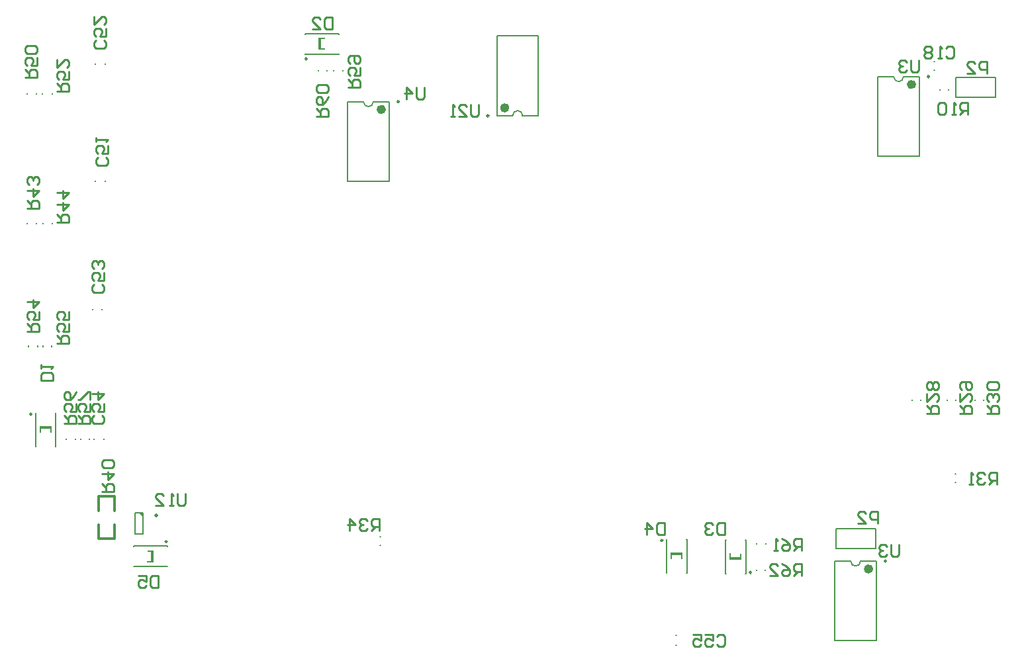
<source format=gbo>
%FSAX43Y43*%
%MOMM*%
G71*
G01*
G75*
G04 Layer_Color=32896*
%ADD10R,1.450X1.150*%
%ADD11R,1.300X0.850*%
%ADD12R,1.350X0.950*%
%ADD13R,1.400X1.050*%
%ADD14R,1.500X1.250*%
%ADD15R,0.950X1.350*%
%ADD16O,2.050X0.600*%
%ADD17R,1.050X1.400*%
%ADD18R,0.850X1.300*%
%ADD19O,2.200X0.600*%
%ADD20R,1.250X1.500*%
%ADD21R,1.150X1.450*%
%ADD22R,1.400X1.200*%
%ADD23R,1.550X1.350*%
%ADD24R,1.350X1.550*%
%ADD25O,1.900X0.450*%
G04:AMPARAMS|DCode=26|XSize=5.5mm|YSize=1.5mm|CornerRadius=0.188mm|HoleSize=0mm|Usage=FLASHONLY|Rotation=180.000|XOffset=0mm|YOffset=0mm|HoleType=Round|Shape=RoundedRectangle|*
%AMROUNDEDRECTD26*
21,1,5.500,1.125,0,0,180.0*
21,1,5.125,1.500,0,0,180.0*
1,1,0.375,-2.563,0.563*
1,1,0.375,2.563,0.563*
1,1,0.375,2.563,-0.563*
1,1,0.375,-2.563,-0.563*
%
%ADD26ROUNDEDRECTD26*%
%ADD27R,1.800X0.600*%
%ADD28R,0.900X1.000*%
%ADD29R,1.200X1.400*%
%ADD30R,1.000X0.900*%
%ADD31R,5.400X1.550*%
%ADD32R,1.700X0.950*%
%ADD33R,1.900X0.900*%
%ADD34R,1.900X3.200*%
%ADD35R,1.524X1.524*%
G04:AMPARAMS|DCode=36|XSize=0.6mm|YSize=1mm|CornerRadius=0.075mm|HoleSize=0mm|Usage=FLASHONLY|Rotation=0.000|XOffset=0mm|YOffset=0mm|HoleType=Round|Shape=RoundedRectangle|*
%AMROUNDEDRECTD36*
21,1,0.600,0.850,0,0,0.0*
21,1,0.450,1.000,0,0,0.0*
1,1,0.150,0.225,-0.425*
1,1,0.150,-0.225,-0.425*
1,1,0.150,-0.225,0.425*
1,1,0.150,0.225,0.425*
%
%ADD36ROUNDEDRECTD36*%
%ADD37O,0.250X1.550*%
%ADD38O,1.550X0.250*%
%ADD39O,0.450X2.400*%
%ADD40C,0.250*%
%ADD41C,0.500*%
%ADD42C,0.450*%
%ADD43C,1.000*%
%ADD44C,0.750*%
%ADD45C,0.254*%
%ADD46R,1.500X1.500*%
%ADD47C,1.500*%
%ADD48C,3.000*%
%ADD49R,2.000X2.500*%
%ADD50O,2.000X2.500*%
%ADD51C,1.400*%
%ADD52R,1.500X1.500*%
%ADD53C,1.800*%
%ADD54C,8.000*%
%ADD55R,2.500X2.000*%
%ADD56O,2.500X2.000*%
%ADD57R,1.500X1.500*%
%ADD58C,2.950*%
%ADD59C,1.500*%
%ADD60C,1.270*%
%ADD61C,1.016*%
%ADD62C,1.016*%
%ADD63C,1.900*%
%ADD64C,2.500*%
G04:AMPARAMS|DCode=65|XSize=3.2mm|YSize=3.2mm|CornerRadius=0mm|HoleSize=0mm|Usage=FLASHONLY|Rotation=0.000|XOffset=0mm|YOffset=0mm|HoleType=Round|Shape=Relief|Width=0.3mm|Gap=0.3mm|Entries=4|*
%AMTHD65*
7,0,0,3.200,2.600,0.300,45*
%
%ADD65THD65*%
%ADD66C,2.100*%
G04:AMPARAMS|DCode=67|XSize=2.7mm|YSize=2.7mm|CornerRadius=0mm|HoleSize=0mm|Usage=FLASHONLY|Rotation=0.000|XOffset=0mm|YOffset=0mm|HoleType=Round|Shape=Relief|Width=0.3mm|Gap=0.3mm|Entries=4|*
%AMTHD67*
7,0,0,2.700,2.100,0.300,45*
%
%ADD67THD67*%
%ADD68C,1.850*%
G04:AMPARAMS|DCode=69|XSize=2.5mm|YSize=2.5mm|CornerRadius=0mm|HoleSize=0mm|Usage=FLASHONLY|Rotation=0.000|XOffset=0mm|YOffset=0mm|HoleType=Round|Shape=Relief|Width=0.3mm|Gap=0.3mm|Entries=4|*
%AMTHD69*
7,0,0,2.500,1.900,0.300,45*
%
%ADD69THD69*%
%ADD70C,2.000*%
%ADD71C,1.600*%
G04:AMPARAMS|DCode=72|XSize=2.2mm|YSize=2.2mm|CornerRadius=0mm|HoleSize=0mm|Usage=FLASHONLY|Rotation=0.000|XOffset=0mm|YOffset=0mm|HoleType=Round|Shape=Relief|Width=0.3mm|Gap=0.3mm|Entries=4|*
%AMTHD72*
7,0,0,2.200,1.600,0.300,45*
%
%ADD72THD72*%
%ADD73C,4.500*%
%ADD74C,1.900*%
%ADD75C,4.250*%
G04:AMPARAMS|DCode=76|XSize=2.5mm|YSize=2.5mm|CornerRadius=0mm|HoleSize=0mm|Usage=FLASHONLY|Rotation=0.000|XOffset=0mm|YOffset=0mm|HoleType=Round|Shape=Relief|Width=0.3mm|Gap=0.3mm|Entries=4|*
%AMTHD76*
7,0,0,2.500,1.900,0.300,45*
%
%ADD76THD76*%
%ADD77C,2.600*%
G04:AMPARAMS|DCode=78|XSize=2.45mm|YSize=2.45mm|CornerRadius=0mm|HoleSize=0mm|Usage=FLASHONLY|Rotation=0.000|XOffset=0mm|YOffset=0mm|HoleType=Round|Shape=Relief|Width=0.3mm|Gap=0.3mm|Entries=4|*
%AMTHD78*
7,0,0,2.450,1.850,0.300,45*
%
%ADD78THD78*%
%ADD79R,2.500X1.700*%
%ADD80R,1.700X2.500*%
G04:AMPARAMS|DCode=81|XSize=0.6mm|YSize=1mm|CornerRadius=0.075mm|HoleSize=0mm|Usage=FLASHONLY|Rotation=270.000|XOffset=0mm|YOffset=0mm|HoleType=Round|Shape=RoundedRectangle|*
%AMROUNDEDRECTD81*
21,1,0.600,0.850,0,0,270.0*
21,1,0.450,1.000,0,0,270.0*
1,1,0.150,-0.425,-0.225*
1,1,0.150,-0.425,0.225*
1,1,0.150,0.425,0.225*
1,1,0.150,0.425,-0.225*
%
%ADD81ROUNDEDRECTD81*%
%ADD82R,1.524X1.524*%
%ADD83C,0.600*%
%ADD84C,0.400*%
%ADD85C,0.200*%
%ADD86C,0.203*%
%ADD87C,0.127*%
%ADD88C,0.305*%
%ADD89R,1.800X1.600*%
%ADD90R,1.600X1.800*%
%ADD91R,1.700X1.400*%
%ADD92R,1.550X1.100*%
%ADD93R,1.600X1.200*%
%ADD94R,1.650X1.300*%
%ADD95R,1.750X1.500*%
%ADD96R,1.200X1.600*%
%ADD97O,2.300X0.850*%
%ADD98R,1.300X1.650*%
%ADD99R,1.100X1.550*%
%ADD100O,2.450X0.850*%
%ADD101R,1.500X1.750*%
%ADD102R,1.400X1.700*%
%ADD103R,1.650X1.450*%
%ADD104R,1.800X1.600*%
%ADD105R,1.600X1.800*%
%ADD106O,2.150X0.700*%
G04:AMPARAMS|DCode=107|XSize=5.75mm|YSize=1.75mm|CornerRadius=0.313mm|HoleSize=0mm|Usage=FLASHONLY|Rotation=180.000|XOffset=0mm|YOffset=0mm|HoleType=Round|Shape=RoundedRectangle|*
%AMROUNDEDRECTD107*
21,1,5.750,1.125,0,0,180.0*
21,1,5.125,1.750,0,0,180.0*
1,1,0.625,-2.563,0.563*
1,1,0.625,2.563,0.563*
1,1,0.625,2.563,-0.563*
1,1,0.625,-2.563,-0.563*
%
%ADD107ROUNDEDRECTD107*%
%ADD108R,2.050X0.850*%
%ADD109R,1.150X1.250*%
%ADD110R,1.450X1.650*%
%ADD111R,1.250X1.150*%
%ADD112R,5.650X1.800*%
%ADD113R,1.950X1.200*%
%ADD114R,2.150X1.150*%
%ADD115R,2.150X3.450*%
%ADD116R,1.774X1.774*%
G04:AMPARAMS|DCode=117|XSize=0.85mm|YSize=1.25mm|CornerRadius=0.2mm|HoleSize=0mm|Usage=FLASHONLY|Rotation=0.000|XOffset=0mm|YOffset=0mm|HoleType=Round|Shape=RoundedRectangle|*
%AMROUNDEDRECTD117*
21,1,0.850,0.850,0,0,0.0*
21,1,0.450,1.250,0,0,0.0*
1,1,0.400,0.225,-0.425*
1,1,0.400,-0.225,-0.425*
1,1,0.400,-0.225,0.425*
1,1,0.400,0.225,0.425*
%
%ADD117ROUNDEDRECTD117*%
%ADD118O,0.500X1.800*%
%ADD119O,1.800X0.500*%
%ADD120O,0.700X2.650*%
%ADD121R,1.750X1.750*%
%ADD122C,1.750*%
%ADD123C,3.250*%
%ADD124R,2.250X2.750*%
%ADD125O,2.250X2.750*%
%ADD126C,1.650*%
%ADD127R,1.750X1.750*%
%ADD128C,2.050*%
%ADD129C,8.250*%
%ADD130R,2.750X2.250*%
%ADD131O,2.750X2.250*%
%ADD132R,1.750X1.750*%
%ADD133C,3.200*%
%ADD134C,1.750*%
%ADD135C,1.520*%
%ADD136R,2.750X1.950*%
%ADD137R,1.950X2.750*%
G04:AMPARAMS|DCode=138|XSize=0.85mm|YSize=1.25mm|CornerRadius=0.2mm|HoleSize=0mm|Usage=FLASHONLY|Rotation=270.000|XOffset=0mm|YOffset=0mm|HoleType=Round|Shape=RoundedRectangle|*
%AMROUNDEDRECTD138*
21,1,0.850,0.850,0,0,270.0*
21,1,0.450,1.250,0,0,270.0*
1,1,0.400,-0.425,-0.225*
1,1,0.400,-0.425,0.225*
1,1,0.400,0.425,0.225*
1,1,0.400,0.425,-0.225*
%
%ADD138ROUNDEDRECTD138*%
%ADD139R,1.774X1.774*%
%ADD140R,0.342X1.621*%
%ADD141R,0.520X0.248*%
%ADD142R,0.496X0.272*%
%ADD143R,1.621X0.342*%
%ADD144R,0.248X0.520*%
%ADD145R,0.272X0.496*%
%ADD146R,0.248X0.520*%
%ADD147R,0.272X0.496*%
%ADD148R,0.496X0.272*%
G36*
X0226003Y0160582D02*
X0225442Y0161143D01*
X0226003D01*
Y0160582D01*
D02*
G37*
D40*
X0326625Y0216940D02*
G03*
X0326625Y0216940I-0000125J0000000D01*
G01*
X0258805Y0213730D02*
G03*
X0258805Y0213730I-0000125J0000000D01*
G01*
X0247035Y0219208D02*
G03*
X0247035Y0219208I-0000125J0000000D01*
G01*
X0270275Y0211920D02*
G03*
X0270275Y0211920I-0000125J0000000D01*
G01*
X0321125Y0154940D02*
G03*
X0321125Y0154940I-0000125J0000000D01*
G01*
X0303868Y0153500D02*
G03*
X0303868Y0153500I-0000125J0000000D01*
G01*
X0292522Y0157590D02*
G03*
X0292522Y0157590I-0000125J0000000D01*
G01*
X0229125Y0157443D02*
G03*
X0229125Y0157443I-0000125J0000000D01*
G01*
X0211822Y0173740D02*
G03*
X0211822Y0173740I-0000125J0000000D01*
G01*
D41*
X0227765Y0160750D02*
X0227770Y0160745D01*
X0227765Y0160740D01*
X0227760Y0160745D01*
X0227765Y0160750D01*
D45*
X0299484Y0145310D02*
X0299738Y0145564D01*
X0300246D01*
X0300500Y0145310D01*
Y0144294D01*
X0300246Y0144040D01*
X0299738D01*
X0299484Y0144294D01*
X0297961Y0145564D02*
X0298977D01*
Y0144802D01*
X0298469Y0145056D01*
X0298215D01*
X0297961Y0144802D01*
Y0144294D01*
X0298215Y0144040D01*
X0298723D01*
X0298977Y0144294D01*
X0296437Y0145564D02*
X0297453D01*
Y0144802D01*
X0296945Y0145056D01*
X0296691D01*
X0296437Y0144802D01*
Y0144294D01*
X0296691Y0144040D01*
X0297199D01*
X0297453Y0144294D01*
X0228000Y0153064D02*
Y0151540D01*
X0227238D01*
X0226984Y0151794D01*
Y0152810D01*
X0227238Y0153064D01*
X0228000D01*
X0225461D02*
X0226476D01*
Y0152302D01*
X0225969Y0152556D01*
X0225715D01*
X0225461Y0152302D01*
Y0151794D01*
X0225715Y0151540D01*
X0226223D01*
X0226476Y0151794D01*
X0292750Y0159814D02*
Y0158290D01*
X0291988D01*
X0291734Y0158544D01*
Y0159560D01*
X0291988Y0159814D01*
X0292750D01*
X0290465Y0158290D02*
Y0159814D01*
X0291227Y0159052D01*
X0290211D01*
X0300500Y0159814D02*
Y0158290D01*
X0299738D01*
X0299484Y0158544D01*
Y0159560D01*
X0299738Y0159814D01*
X0300500D01*
X0298977Y0159560D02*
X0298723Y0159814D01*
X0298215D01*
X0297961Y0159560D01*
Y0159306D01*
X0298215Y0159052D01*
X0298469D01*
X0298215D01*
X0297961Y0158798D01*
Y0158544D01*
X0298215Y0158290D01*
X0298723D01*
X0298977Y0158544D01*
X0269000Y0213314D02*
Y0212044D01*
X0268746Y0211790D01*
X0268238D01*
X0267984Y0212044D01*
Y0213314D01*
X0266461Y0211790D02*
X0267477D01*
X0266461Y0212806D01*
Y0213060D01*
X0266715Y0213314D01*
X0267223D01*
X0267477Y0213060D01*
X0265953Y0211790D02*
X0265445D01*
X0265699D01*
Y0213314D01*
X0265953Y0213060D01*
X0231500Y0163564D02*
Y0162294D01*
X0231246Y0162040D01*
X0230738D01*
X0230484Y0162294D01*
Y0163564D01*
X0229976Y0162040D02*
X0229469D01*
X0229723D01*
Y0163564D01*
X0229976Y0163310D01*
X0227691Y0162040D02*
X0228707D01*
X0227691Y0163056D01*
Y0163310D01*
X0227945Y0163564D01*
X0228453D01*
X0228707Y0163310D01*
X0322750Y0157064D02*
Y0155794D01*
X0322496Y0155540D01*
X0321988D01*
X0321734Y0155794D01*
Y0157064D01*
X0321227Y0156810D02*
X0320973Y0157064D01*
X0320465D01*
X0320211Y0156810D01*
Y0156556D01*
X0320465Y0156302D01*
X0320719D01*
X0320465D01*
X0320211Y0156048D01*
Y0155794D01*
X0320465Y0155540D01*
X0320973D01*
X0321227Y0155794D01*
X0325250Y0219064D02*
Y0217794D01*
X0324996Y0217540D01*
X0324488D01*
X0324234Y0217794D01*
Y0219064D01*
X0323727Y0218810D02*
X0323473Y0219064D01*
X0322965D01*
X0322711Y0218810D01*
Y0218556D01*
X0322965Y0218302D01*
X0323219D01*
X0322965D01*
X0322711Y0218048D01*
Y0217794D01*
X0322965Y0217540D01*
X0323473D01*
X0323727Y0217794D01*
X0310250Y0153040D02*
Y0154564D01*
X0309488D01*
X0309234Y0154310D01*
Y0153802D01*
X0309488Y0153548D01*
X0310250D01*
X0309742D02*
X0309234Y0153040D01*
X0307711Y0154564D02*
X0308219Y0154310D01*
X0308727Y0153802D01*
Y0153294D01*
X0308473Y0153040D01*
X0307965D01*
X0307711Y0153294D01*
Y0153548D01*
X0307965Y0153802D01*
X0308727D01*
X0306187Y0153040D02*
X0307203D01*
X0306187Y0154056D01*
Y0154310D01*
X0306441Y0154564D01*
X0306949D01*
X0307203Y0154310D01*
X0310250Y0156290D02*
Y0157814D01*
X0309488D01*
X0309234Y0157560D01*
Y0157052D01*
X0309488Y0156798D01*
X0310250D01*
X0309742D02*
X0309234Y0156290D01*
X0307711Y0157814D02*
X0308219Y0157560D01*
X0308727Y0157052D01*
Y0156544D01*
X0308473Y0156290D01*
X0307965D01*
X0307711Y0156544D01*
Y0156798D01*
X0307965Y0157052D01*
X0308727D01*
X0307203Y0156290D02*
X0306695D01*
X0306949D01*
Y0157814D01*
X0307203Y0157560D01*
X0248250Y0211790D02*
X0249774D01*
Y0212552D01*
X0249520Y0212806D01*
X0249012D01*
X0248758Y0212552D01*
Y0211790D01*
Y0212298D02*
X0248250Y0212806D01*
X0249774Y0214329D02*
X0249520Y0213821D01*
X0249012Y0213314D01*
X0248504D01*
X0248250Y0213567D01*
Y0214075D01*
X0248504Y0214329D01*
X0248758D01*
X0249012Y0214075D01*
Y0213314D01*
X0249520Y0214837D02*
X0249774Y0215091D01*
Y0215599D01*
X0249520Y0215853D01*
X0248504D01*
X0248250Y0215599D01*
Y0215091D01*
X0248504Y0214837D01*
X0249520D01*
X0252250Y0215540D02*
X0253774D01*
Y0216302D01*
X0253520Y0216556D01*
X0253012D01*
X0252758Y0216302D01*
Y0215540D01*
Y0216048D02*
X0252250Y0216556D01*
X0253774Y0218079D02*
Y0217064D01*
X0253012D01*
X0253266Y0217571D01*
Y0217825D01*
X0253012Y0218079D01*
X0252504D01*
X0252250Y0217825D01*
Y0217317D01*
X0252504Y0217064D01*
Y0218587D02*
X0252250Y0218841D01*
Y0219349D01*
X0252504Y0219603D01*
X0253520D01*
X0253774Y0219349D01*
Y0218841D01*
X0253520Y0218587D01*
X0253266D01*
X0253012Y0218841D01*
Y0219603D01*
X0217750Y0172540D02*
X0219274D01*
Y0173302D01*
X0219020Y0173556D01*
X0218512D01*
X0218258Y0173302D01*
Y0172540D01*
Y0173048D02*
X0217750Y0173556D01*
X0219274Y0175079D02*
Y0174064D01*
X0218512D01*
X0218766Y0174571D01*
Y0174825D01*
X0218512Y0175079D01*
X0218004D01*
X0217750Y0174825D01*
Y0174317D01*
X0218004Y0174064D01*
X0219274Y0175587D02*
Y0176603D01*
X0219020D01*
X0218004Y0175587D01*
X0217750D01*
X0216000Y0172540D02*
X0217524D01*
Y0173302D01*
X0217270Y0173556D01*
X0216762D01*
X0216508Y0173302D01*
Y0172540D01*
Y0173048D02*
X0216000Y0173556D01*
X0217524Y0175079D02*
Y0174064D01*
X0216762D01*
X0217016Y0174571D01*
Y0174825D01*
X0216762Y0175079D01*
X0216254D01*
X0216000Y0174825D01*
Y0174317D01*
X0216254Y0174064D01*
X0217524Y0176603D02*
X0217270Y0176095D01*
X0216762Y0175587D01*
X0216254D01*
X0216000Y0175841D01*
Y0176349D01*
X0216254Y0176603D01*
X0216508D01*
X0216762Y0176349D01*
Y0175587D01*
X0215000Y0182790D02*
X0216524D01*
Y0183552D01*
X0216270Y0183806D01*
X0215762D01*
X0215508Y0183552D01*
Y0182790D01*
Y0183298D02*
X0215000Y0183806D01*
X0216524Y0185329D02*
Y0184314D01*
X0215762D01*
X0216016Y0184821D01*
Y0185075D01*
X0215762Y0185329D01*
X0215254D01*
X0215000Y0185075D01*
Y0184567D01*
X0215254Y0184314D01*
X0216524Y0186853D02*
Y0185837D01*
X0215762D01*
X0216016Y0186345D01*
Y0186599D01*
X0215762Y0186853D01*
X0215254D01*
X0215000Y0186599D01*
Y0186091D01*
X0215254Y0185837D01*
X0211250Y0184290D02*
X0212774D01*
Y0185052D01*
X0212520Y0185306D01*
X0212012D01*
X0211758Y0185052D01*
Y0184290D01*
Y0184798D02*
X0211250Y0185306D01*
X0212774Y0186829D02*
Y0185814D01*
X0212012D01*
X0212266Y0186321D01*
Y0186575D01*
X0212012Y0186829D01*
X0211504D01*
X0211250Y0186575D01*
Y0186067D01*
X0211504Y0185814D01*
X0211250Y0188099D02*
X0212774D01*
X0212012Y0187337D01*
Y0188353D01*
X0215000Y0215040D02*
X0216524D01*
Y0215802D01*
X0216270Y0216056D01*
X0215762D01*
X0215508Y0215802D01*
Y0215040D01*
Y0215548D02*
X0215000Y0216056D01*
X0216524Y0217579D02*
Y0216564D01*
X0215762D01*
X0216016Y0217071D01*
Y0217325D01*
X0215762Y0217579D01*
X0215254D01*
X0215000Y0217325D01*
Y0216817D01*
X0215254Y0216564D01*
X0215000Y0219103D02*
Y0218087D01*
X0216016Y0219103D01*
X0216270D01*
X0216524Y0218849D01*
Y0218341D01*
X0216270Y0218087D01*
X0211000Y0216790D02*
X0212524D01*
Y0217552D01*
X0212270Y0217806D01*
X0211762D01*
X0211508Y0217552D01*
Y0216790D01*
Y0217298D02*
X0211000Y0217806D01*
X0212524Y0219329D02*
Y0218314D01*
X0211762D01*
X0212016Y0218821D01*
Y0219075D01*
X0211762Y0219329D01*
X0211254D01*
X0211000Y0219075D01*
Y0218567D01*
X0211254Y0218314D01*
X0212270Y0219837D02*
X0212524Y0220091D01*
Y0220599D01*
X0212270Y0220853D01*
X0211254D01*
X0211000Y0220599D01*
Y0220091D01*
X0211254Y0219837D01*
X0212270D01*
X0215020Y0198319D02*
X0216544D01*
Y0199081D01*
X0216290Y0199335D01*
X0215782D01*
X0215528Y0199081D01*
Y0198319D01*
Y0198827D02*
X0215020Y0199335D01*
Y0200604D02*
X0216544D01*
X0215782Y0199843D01*
Y0200858D01*
X0215020Y0202128D02*
X0216544D01*
X0215782Y0201366D01*
Y0202382D01*
X0211247Y0200081D02*
X0212771D01*
Y0200843D01*
X0212517Y0201097D01*
X0212009D01*
X0211755Y0200843D01*
Y0200081D01*
Y0200589D02*
X0211247Y0201097D01*
Y0202366D02*
X0212771D01*
X0212009Y0201605D01*
Y0202620D01*
X0212517Y0203128D02*
X0212771Y0203382D01*
Y0203890D01*
X0212517Y0204144D01*
X0212263D01*
X0212009Y0203890D01*
Y0203636D01*
Y0203890D01*
X0211755Y0204144D01*
X0211501D01*
X0211247Y0203890D01*
Y0203382D01*
X0211501Y0203128D01*
X0220750Y0163790D02*
X0222274D01*
Y0164552D01*
X0222020Y0164806D01*
X0221512D01*
X0221258Y0164552D01*
Y0163790D01*
Y0164298D02*
X0220750Y0164806D01*
Y0166075D02*
X0222274D01*
X0221512Y0165314D01*
Y0166329D01*
X0222020Y0166837D02*
X0222274Y0167091D01*
Y0167599D01*
X0222020Y0167853D01*
X0221004D01*
X0220750Y0167599D01*
Y0167091D01*
X0221004Y0166837D01*
X0222020D01*
X0256250Y0158790D02*
Y0160314D01*
X0255488D01*
X0255234Y0160060D01*
Y0159552D01*
X0255488Y0159298D01*
X0256250D01*
X0255742D02*
X0255234Y0158790D01*
X0254726Y0160060D02*
X0254473Y0160314D01*
X0253965D01*
X0253711Y0160060D01*
Y0159806D01*
X0253965Y0159552D01*
X0254219D01*
X0253965D01*
X0253711Y0159298D01*
Y0159044D01*
X0253965Y0158790D01*
X0254473D01*
X0254726Y0159044D01*
X0252441Y0158790D02*
Y0160314D01*
X0253203Y0159552D01*
X0252187D01*
X0335250Y0164790D02*
Y0166314D01*
X0334488D01*
X0334234Y0166060D01*
Y0165552D01*
X0334488Y0165298D01*
X0335250D01*
X0334742D02*
X0334234Y0164790D01*
X0333727Y0166060D02*
X0333473Y0166314D01*
X0332965D01*
X0332711Y0166060D01*
Y0165806D01*
X0332965Y0165552D01*
X0333219D01*
X0332965D01*
X0332711Y0165298D01*
Y0165044D01*
X0332965Y0164790D01*
X0333473D01*
X0333727Y0165044D01*
X0332203Y0164790D02*
X0331695D01*
X0331949D01*
Y0166314D01*
X0332203Y0166060D01*
X0334000Y0173790D02*
X0335523D01*
Y0174552D01*
X0335270Y0174806D01*
X0334762D01*
X0334508Y0174552D01*
Y0173790D01*
Y0174298D02*
X0334000Y0174806D01*
X0335270Y0175314D02*
X0335523Y0175567D01*
Y0176075D01*
X0335270Y0176329D01*
X0335016D01*
X0334762Y0176075D01*
Y0175821D01*
Y0176075D01*
X0334508Y0176329D01*
X0334254D01*
X0334000Y0176075D01*
Y0175567D01*
X0334254Y0175314D01*
X0335270Y0176837D02*
X0335523Y0177091D01*
Y0177599D01*
X0335270Y0177853D01*
X0334254D01*
X0334000Y0177599D01*
Y0177091D01*
X0334254Y0176837D01*
X0335270D01*
X0330500Y0173790D02*
X0332023D01*
Y0174552D01*
X0331770Y0174806D01*
X0331262D01*
X0331008Y0174552D01*
Y0173790D01*
Y0174298D02*
X0330500Y0174806D01*
Y0176329D02*
Y0175314D01*
X0331516Y0176329D01*
X0331770D01*
X0332023Y0176075D01*
Y0175567D01*
X0331770Y0175314D01*
X0330754Y0176837D02*
X0330500Y0177091D01*
Y0177599D01*
X0330754Y0177853D01*
X0331770D01*
X0332023Y0177599D01*
Y0177091D01*
X0331770Y0176837D01*
X0331516D01*
X0331262Y0177091D01*
Y0177853D01*
X0326250Y0173790D02*
X0327773D01*
Y0174552D01*
X0327520Y0174806D01*
X0327012D01*
X0326758Y0174552D01*
Y0173790D01*
Y0174298D02*
X0326250Y0174806D01*
Y0176329D02*
Y0175314D01*
X0327266Y0176329D01*
X0327520D01*
X0327773Y0176075D01*
Y0175567D01*
X0327520Y0175314D01*
Y0176837D02*
X0327773Y0177091D01*
Y0177599D01*
X0327520Y0177853D01*
X0327266D01*
X0327012Y0177599D01*
X0326758Y0177853D01*
X0326504D01*
X0326250Y0177599D01*
Y0177091D01*
X0326504Y0176837D01*
X0326758D01*
X0327012Y0177091D01*
X0327266Y0176837D01*
X0327520D01*
X0327012Y0177091D02*
Y0177599D01*
X0331500Y0212040D02*
Y0213564D01*
X0330738D01*
X0330484Y0213310D01*
Y0212802D01*
X0330738Y0212548D01*
X0331500D01*
X0330992D02*
X0330484Y0212040D01*
X0329977D02*
X0329469D01*
X0329723D01*
Y0213564D01*
X0329977Y0213310D01*
X0328707D02*
X0328453Y0213564D01*
X0327945D01*
X0327691Y0213310D01*
Y0212294D01*
X0327945Y0212040D01*
X0328453D01*
X0328707Y0212294D01*
Y0213310D01*
X0320000Y0159790D02*
Y0161314D01*
X0319238D01*
X0318984Y0161060D01*
Y0160552D01*
X0319238Y0160298D01*
X0320000D01*
X0317461Y0159790D02*
X0318477D01*
X0317461Y0160806D01*
Y0161060D01*
X0317715Y0161314D01*
X0318223D01*
X0318477Y0161060D01*
X0334000Y0217290D02*
Y0218814D01*
X0333238D01*
X0332984Y0218560D01*
Y0218052D01*
X0333238Y0217798D01*
X0334000D01*
X0331461Y0217290D02*
X0332477D01*
X0331461Y0218306D01*
Y0218560D01*
X0331715Y0218814D01*
X0332223D01*
X0332477Y0218560D01*
X0250250Y0224564D02*
Y0223040D01*
X0249488D01*
X0249234Y0223294D01*
Y0224310D01*
X0249488Y0224564D01*
X0250250D01*
X0247711Y0223040D02*
X0248726D01*
X0247711Y0224056D01*
Y0224310D01*
X0247965Y0224564D01*
X0248473D01*
X0248726Y0224310D01*
X0214524Y0178040D02*
X0213000D01*
Y0178802D01*
X0213254Y0179056D01*
X0214270D01*
X0214524Y0178802D01*
Y0178040D01*
X0213000Y0179564D02*
Y0180071D01*
Y0179817D01*
X0214524D01*
X0214270Y0179564D01*
X0220770Y0173556D02*
X0221024Y0173302D01*
Y0172794D01*
X0220770Y0172540D01*
X0219754D01*
X0219500Y0172794D01*
Y0173302D01*
X0219754Y0173556D01*
X0221024Y0175079D02*
Y0174064D01*
X0220262D01*
X0220516Y0174571D01*
Y0174825D01*
X0220262Y0175079D01*
X0219754D01*
X0219500Y0174825D01*
Y0174317D01*
X0219754Y0174064D01*
X0219500Y0176349D02*
X0221024D01*
X0220262Y0175587D01*
Y0176603D01*
X0220770Y0190306D02*
X0221024Y0190052D01*
Y0189544D01*
X0220770Y0189290D01*
X0219754D01*
X0219500Y0189544D01*
Y0190052D01*
X0219754Y0190306D01*
X0221024Y0191829D02*
Y0190814D01*
X0220262D01*
X0220516Y0191321D01*
Y0191575D01*
X0220262Y0191829D01*
X0219754D01*
X0219500Y0191575D01*
Y0191067D01*
X0219754Y0190814D01*
X0220770Y0192337D02*
X0221024Y0192591D01*
Y0193099D01*
X0220770Y0193353D01*
X0220516D01*
X0220262Y0193099D01*
Y0192845D01*
Y0193099D01*
X0220008Y0193353D01*
X0219754D01*
X0219500Y0193099D01*
Y0192591D01*
X0219754Y0192337D01*
X0221020Y0221556D02*
X0221274Y0221302D01*
Y0220794D01*
X0221020Y0220540D01*
X0220004D01*
X0219750Y0220794D01*
Y0221302D01*
X0220004Y0221556D01*
X0221274Y0223079D02*
Y0222064D01*
X0220512D01*
X0220766Y0222571D01*
Y0222825D01*
X0220512Y0223079D01*
X0220004D01*
X0219750Y0222825D01*
Y0222317D01*
X0220004Y0222064D01*
X0219750Y0224603D02*
Y0223587D01*
X0220766Y0224603D01*
X0221020D01*
X0221274Y0224349D01*
Y0223841D01*
X0221020Y0223587D01*
X0221270Y0206556D02*
X0221524Y0206302D01*
Y0205794D01*
X0221270Y0205540D01*
X0220254D01*
X0220000Y0205794D01*
Y0206302D01*
X0220254Y0206556D01*
X0221524Y0208079D02*
Y0207064D01*
X0220762D01*
X0221016Y0207571D01*
Y0207825D01*
X0220762Y0208079D01*
X0220254D01*
X0220000Y0207825D01*
Y0207317D01*
X0220254Y0207064D01*
X0220000Y0208587D02*
Y0209095D01*
Y0208841D01*
X0221524D01*
X0221270Y0208587D01*
X0328730Y0220565D02*
X0328985Y0220820D01*
X0329495D01*
X0329750Y0220565D01*
Y0219545D01*
X0329495Y0219290D01*
X0328985D01*
X0328730Y0219545D01*
X0328220Y0219290D02*
X0327711D01*
X0327966D01*
Y0220820D01*
X0328220Y0220565D01*
X0326946D02*
X0326691Y0220820D01*
X0326181D01*
X0325926Y0220565D01*
Y0220310D01*
X0326181Y0220055D01*
X0325926Y0219800D01*
Y0219545D01*
X0326181Y0219290D01*
X0326691D01*
X0326946Y0219545D01*
Y0219800D01*
X0326691Y0220055D01*
X0326946Y0220310D01*
Y0220565D01*
X0326691Y0220055D02*
X0326181D01*
X0262000Y0215564D02*
Y0214294D01*
X0261746Y0214040D01*
X0261238D01*
X0260984Y0214294D01*
Y0215564D01*
X0259715Y0214040D02*
Y0215564D01*
X0260477Y0214802D01*
X0259461D01*
D83*
X0324640Y0215930D02*
G03*
X0324640Y0215930I-0000300J0000000D01*
G01*
X0256820Y0212720D02*
G03*
X0256820Y0212720I-0000300J0000000D01*
G01*
X0272610Y0212930D02*
G03*
X0272610Y0212930I-0000300J0000000D01*
G01*
X0319140Y0153930D02*
G03*
X0319140Y0153930I-0000300J0000000D01*
G01*
D85*
X0322055Y0216930D02*
G03*
X0323325Y0216930I0000635J0000000D01*
G01*
X0254235Y0213720D02*
G03*
X0255505Y0213720I0000635J0000000D01*
G01*
X0274595Y0211930D02*
G03*
X0273325Y0211930I-0000635J0000000D01*
G01*
X0316555Y0154930D02*
G03*
X0317825Y0154930I0000635J0000000D01*
G01*
X0325340Y0206730D02*
Y0216930D01*
X0320040Y0206730D02*
Y0216930D01*
X0323325D02*
X0325340D01*
X0320040D02*
X0322055D01*
X0320040Y0206730D02*
X0325340D01*
X0220825Y0187090D02*
Y0187190D01*
X0219575Y0187090D02*
Y0187190D01*
X0328950Y0175490D02*
Y0175590D01*
X0330050Y0175490D02*
Y0175590D01*
X0332450Y0175490D02*
Y0175590D01*
X0333550Y0175490D02*
Y0175590D01*
X0251600Y0217690D02*
Y0217790D01*
X0250400Y0217690D02*
Y0217790D01*
X0249550Y0217690D02*
Y0217790D01*
X0248450Y0217690D02*
Y0217790D01*
X0257520Y0203520D02*
Y0213720D01*
X0252220Y0203520D02*
Y0213720D01*
X0255505D02*
X0257520D01*
X0252220D02*
X0254235D01*
X0252220Y0203520D02*
X0257520D01*
X0251060Y0219807D02*
Y0219860D01*
Y0222360D02*
Y0222413D01*
X0246760Y0219807D02*
Y0219860D01*
Y0222360D02*
Y0222413D01*
X0251060D01*
X0246760Y0219807D02*
X0251060D01*
X0271310Y0211930D02*
Y0222130D01*
X0276610Y0211930D02*
Y0222130D01*
X0271310Y0211930D02*
X0273325Y0211930D01*
X0274595Y0211930D02*
X0276610D01*
X0271310Y0222130D02*
X0276610D01*
X0335060Y0214270D02*
Y0216810D01*
X0329980D02*
X0335060D01*
X0329980Y0214270D02*
Y0216810D01*
Y0214270D02*
X0335060D01*
X0324450Y0175490D02*
Y0175590D01*
X0325550Y0175490D02*
Y0175590D01*
X0329950Y0166090D02*
X0330050D01*
X0329950Y0164990D02*
X0330050D01*
X0314650Y0156520D02*
Y0159060D01*
Y0156520D02*
X0319730D01*
Y0159060D01*
X0314650D02*
X0319730D01*
X0319840Y0144730D02*
Y0154930D01*
X0314540Y0144730D02*
Y0154930D01*
X0317825D02*
X0319840D01*
X0314540D02*
X0316555D01*
X0314540Y0144730D02*
X0319840D01*
X0303090Y0157650D02*
X0303143D01*
X0300537D02*
X0300590D01*
X0303090Y0153350D02*
X0303143D01*
X0300537D02*
X0300590D01*
X0300537D02*
Y0157650D01*
X0303143Y0153350D02*
Y0157650D01*
X0305700Y0157140D02*
Y0157240D01*
X0304500Y0157140D02*
Y0157240D01*
X0304550Y0153740D02*
Y0153840D01*
X0305650Y0153740D02*
Y0153840D01*
X0292997Y0153440D02*
X0293050D01*
X0295550D02*
X0295603D01*
X0292997Y0157740D02*
X0293050D01*
X0295550D02*
X0295603D01*
Y0153440D02*
Y0157740D01*
X0292997Y0153440D02*
Y0157740D01*
X0256325Y0156965D02*
X0256425D01*
X0256325Y0158065D02*
X0256425D01*
X0224850Y0156790D02*
Y0156843D01*
Y0154237D02*
Y0154290D01*
X0229150Y0156790D02*
Y0156843D01*
Y0154237D02*
Y0154290D01*
X0224850Y0154237D02*
X0229150D01*
X0224850Y0156843D02*
X0229150D01*
X0221225Y0203490D02*
Y0203590D01*
X0219975Y0203490D02*
Y0203590D01*
X0221225Y0218490D02*
Y0218590D01*
X0219975Y0218490D02*
Y0218590D01*
X0212400Y0214790D02*
X0212400Y0214690D01*
X0211200D02*
Y0214790D01*
X0213200Y0214690D02*
Y0214790D01*
X0214400Y0214690D02*
Y0214790D01*
X0212397Y0198081D02*
Y0198181D01*
X0211197Y0198081D02*
Y0198181D01*
X0213220Y0198069D02*
Y0198169D01*
X0214420Y0198069D02*
Y0198169D01*
X0212600Y0182390D02*
Y0182490D01*
X0211400Y0182390D02*
Y0182490D01*
X0212297Y0169590D02*
X0212350D01*
X0214850D02*
X0214903D01*
X0212297Y0173890D02*
X0212350D01*
X0214850D02*
X0214903D01*
Y0169590D02*
Y0173890D01*
X0212297Y0169590D02*
Y0173890D01*
X0214350Y0182390D02*
Y0182490D01*
X0213250Y0182390D02*
Y0182490D01*
X0217400Y0170490D02*
Y0170590D01*
X0216200Y0170490D02*
Y0170590D01*
X0219150Y0170490D02*
Y0170590D01*
X0218050Y0170490D02*
Y0170590D01*
X0294200Y0145415D02*
X0294300D01*
X0294200Y0144165D02*
X0294300D01*
X0221025Y0170490D02*
Y0170590D01*
X0219775Y0170490D02*
Y0170590D01*
X0327950Y0215240D02*
Y0215340D01*
X0329050Y0215240D02*
Y0215340D01*
X0327200Y0218865D02*
X0327300D01*
X0327200Y0217715D02*
X0327300D01*
D87*
X0224987Y0161143D02*
X0226003D01*
X0224987Y0158443D02*
Y0161143D01*
Y0158443D02*
X0226003D01*
Y0161143D01*
D88*
X0222380Y0161400D02*
Y0163200D01*
X0220380D02*
X0222380D01*
X0220380Y0161400D02*
Y0163200D01*
Y0157800D02*
Y0159600D01*
Y0157800D02*
X0222380D01*
Y0159600D01*
D140*
X0248658Y0221127D02*
D03*
X0227252Y0155522D02*
D03*
D141*
X0249038Y0220436D02*
D03*
X0226872Y0156214D02*
D03*
D142*
X0249080Y0221800D02*
D03*
D143*
X0301821Y0155248D02*
D03*
X0294317Y0155843D02*
D03*
X0213617Y0171992D02*
D03*
D144*
X0302513Y0155628D02*
D03*
D145*
X0301147Y0155669D02*
D03*
D146*
X0293626Y0155463D02*
D03*
X0212926Y0171612D02*
D03*
D147*
X0294986Y0155424D02*
D03*
X0214288Y0171574D02*
D03*
D148*
X0226833Y0154846D02*
D03*
M02*

</source>
